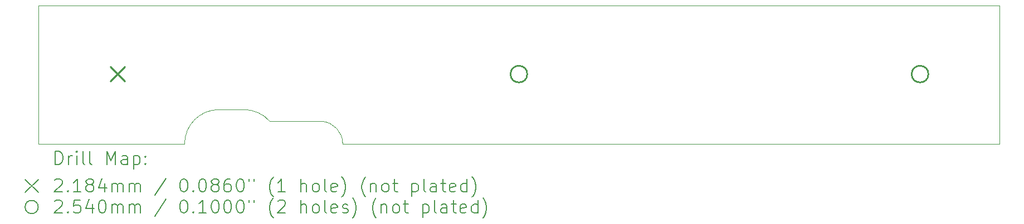
<source format=gbr>
%TF.GenerationSoftware,KiCad,Pcbnew,8.0.9*%
%TF.CreationDate,2025-05-08T22:04:55-05:00*%
%TF.ProjectId,SPD_Demon,5350445f-4465-46d6-9f6e-2e6b69636164,rev?*%
%TF.SameCoordinates,Original*%
%TF.FileFunction,Drillmap*%
%TF.FilePolarity,Positive*%
%FSLAX45Y45*%
G04 Gerber Fmt 4.5, Leading zero omitted, Abs format (unit mm)*
G04 Created by KiCad (PCBNEW 8.0.9) date 2025-05-08 22:04:55*
%MOMM*%
%LPD*%
G01*
G04 APERTURE LIST*
%ADD10C,0.050000*%
%ADD11C,0.200000*%
%ADD12C,0.218440*%
%ADD13C,0.254000*%
G04 APERTURE END LIST*
D10*
X4762500Y-4546600D02*
G75*
G02*
X5283200Y-4025900I520700J0D01*
G01*
X6847349Y-4203700D02*
G75*
G02*
X7165789Y-4546600I-25399J-342900D01*
G01*
X5283200Y-4025900D02*
X5664200Y-4025900D01*
X4762500Y-4546600D02*
X2540000Y-4546600D01*
X17145000Y-2438400D02*
X17145000Y-4546600D01*
X2540000Y-4546600D02*
X2540000Y-2438400D01*
X6056850Y-4203700D02*
X6847349Y-4203700D01*
X17145000Y-4546600D02*
X7165788Y-4546600D01*
X17145000Y-2438400D02*
X2540000Y-2438400D01*
X5664200Y-4025299D02*
G75*
G02*
X6056850Y-4203700I0J-521301D01*
G01*
D11*
D12*
X3637280Y-3375530D02*
X3855720Y-3593970D01*
X3855720Y-3375530D02*
X3637280Y-3593970D01*
D13*
X9969500Y-3484750D02*
G75*
G02*
X9715500Y-3484750I-127000J0D01*
G01*
X9715500Y-3484750D02*
G75*
G02*
X9969500Y-3484750I127000J0D01*
G01*
X16065500Y-3484750D02*
G75*
G02*
X15811500Y-3484750I-127000J0D01*
G01*
X15811500Y-3484750D02*
G75*
G02*
X16065500Y-3484750I127000J0D01*
G01*
D11*
X2798277Y-4860584D02*
X2798277Y-4660584D01*
X2798277Y-4660584D02*
X2845896Y-4660584D01*
X2845896Y-4660584D02*
X2874467Y-4670108D01*
X2874467Y-4670108D02*
X2893515Y-4689155D01*
X2893515Y-4689155D02*
X2903039Y-4708203D01*
X2903039Y-4708203D02*
X2912562Y-4746298D01*
X2912562Y-4746298D02*
X2912562Y-4774870D01*
X2912562Y-4774870D02*
X2903039Y-4812965D01*
X2903039Y-4812965D02*
X2893515Y-4832012D01*
X2893515Y-4832012D02*
X2874467Y-4851060D01*
X2874467Y-4851060D02*
X2845896Y-4860584D01*
X2845896Y-4860584D02*
X2798277Y-4860584D01*
X2998277Y-4860584D02*
X2998277Y-4727250D01*
X2998277Y-4765346D02*
X3007801Y-4746298D01*
X3007801Y-4746298D02*
X3017324Y-4736774D01*
X3017324Y-4736774D02*
X3036372Y-4727250D01*
X3036372Y-4727250D02*
X3055420Y-4727250D01*
X3122086Y-4860584D02*
X3122086Y-4727250D01*
X3122086Y-4660584D02*
X3112562Y-4670108D01*
X3112562Y-4670108D02*
X3122086Y-4679631D01*
X3122086Y-4679631D02*
X3131610Y-4670108D01*
X3131610Y-4670108D02*
X3122086Y-4660584D01*
X3122086Y-4660584D02*
X3122086Y-4679631D01*
X3245896Y-4860584D02*
X3226848Y-4851060D01*
X3226848Y-4851060D02*
X3217324Y-4832012D01*
X3217324Y-4832012D02*
X3217324Y-4660584D01*
X3350658Y-4860584D02*
X3331610Y-4851060D01*
X3331610Y-4851060D02*
X3322086Y-4832012D01*
X3322086Y-4832012D02*
X3322086Y-4660584D01*
X3579229Y-4860584D02*
X3579229Y-4660584D01*
X3579229Y-4660584D02*
X3645896Y-4803441D01*
X3645896Y-4803441D02*
X3712562Y-4660584D01*
X3712562Y-4660584D02*
X3712562Y-4860584D01*
X3893515Y-4860584D02*
X3893515Y-4755822D01*
X3893515Y-4755822D02*
X3883991Y-4736774D01*
X3883991Y-4736774D02*
X3864943Y-4727250D01*
X3864943Y-4727250D02*
X3826848Y-4727250D01*
X3826848Y-4727250D02*
X3807801Y-4736774D01*
X3893515Y-4851060D02*
X3874467Y-4860584D01*
X3874467Y-4860584D02*
X3826848Y-4860584D01*
X3826848Y-4860584D02*
X3807801Y-4851060D01*
X3807801Y-4851060D02*
X3798277Y-4832012D01*
X3798277Y-4832012D02*
X3798277Y-4812965D01*
X3798277Y-4812965D02*
X3807801Y-4793917D01*
X3807801Y-4793917D02*
X3826848Y-4784393D01*
X3826848Y-4784393D02*
X3874467Y-4784393D01*
X3874467Y-4784393D02*
X3893515Y-4774870D01*
X3988753Y-4727250D02*
X3988753Y-4927250D01*
X3988753Y-4736774D02*
X4007801Y-4727250D01*
X4007801Y-4727250D02*
X4045896Y-4727250D01*
X4045896Y-4727250D02*
X4064943Y-4736774D01*
X4064943Y-4736774D02*
X4074467Y-4746298D01*
X4074467Y-4746298D02*
X4083991Y-4765346D01*
X4083991Y-4765346D02*
X4083991Y-4822489D01*
X4083991Y-4822489D02*
X4074467Y-4841536D01*
X4074467Y-4841536D02*
X4064943Y-4851060D01*
X4064943Y-4851060D02*
X4045896Y-4860584D01*
X4045896Y-4860584D02*
X4007801Y-4860584D01*
X4007801Y-4860584D02*
X3988753Y-4851060D01*
X4169705Y-4841536D02*
X4179229Y-4851060D01*
X4179229Y-4851060D02*
X4169705Y-4860584D01*
X4169705Y-4860584D02*
X4160182Y-4851060D01*
X4160182Y-4851060D02*
X4169705Y-4841536D01*
X4169705Y-4841536D02*
X4169705Y-4860584D01*
X4169705Y-4736774D02*
X4179229Y-4746298D01*
X4179229Y-4746298D02*
X4169705Y-4755822D01*
X4169705Y-4755822D02*
X4160182Y-4746298D01*
X4160182Y-4746298D02*
X4169705Y-4736774D01*
X4169705Y-4736774D02*
X4169705Y-4755822D01*
X2337500Y-5089100D02*
X2537500Y-5289100D01*
X2537500Y-5089100D02*
X2337500Y-5289100D01*
X2788753Y-5099631D02*
X2798277Y-5090108D01*
X2798277Y-5090108D02*
X2817324Y-5080584D01*
X2817324Y-5080584D02*
X2864943Y-5080584D01*
X2864943Y-5080584D02*
X2883991Y-5090108D01*
X2883991Y-5090108D02*
X2893515Y-5099631D01*
X2893515Y-5099631D02*
X2903039Y-5118679D01*
X2903039Y-5118679D02*
X2903039Y-5137727D01*
X2903039Y-5137727D02*
X2893515Y-5166298D01*
X2893515Y-5166298D02*
X2779229Y-5280584D01*
X2779229Y-5280584D02*
X2903039Y-5280584D01*
X2988753Y-5261536D02*
X2998277Y-5271060D01*
X2998277Y-5271060D02*
X2988753Y-5280584D01*
X2988753Y-5280584D02*
X2979229Y-5271060D01*
X2979229Y-5271060D02*
X2988753Y-5261536D01*
X2988753Y-5261536D02*
X2988753Y-5280584D01*
X3188753Y-5280584D02*
X3074467Y-5280584D01*
X3131610Y-5280584D02*
X3131610Y-5080584D01*
X3131610Y-5080584D02*
X3112562Y-5109155D01*
X3112562Y-5109155D02*
X3093515Y-5128203D01*
X3093515Y-5128203D02*
X3074467Y-5137727D01*
X3303039Y-5166298D02*
X3283991Y-5156774D01*
X3283991Y-5156774D02*
X3274467Y-5147250D01*
X3274467Y-5147250D02*
X3264943Y-5128203D01*
X3264943Y-5128203D02*
X3264943Y-5118679D01*
X3264943Y-5118679D02*
X3274467Y-5099631D01*
X3274467Y-5099631D02*
X3283991Y-5090108D01*
X3283991Y-5090108D02*
X3303039Y-5080584D01*
X3303039Y-5080584D02*
X3341134Y-5080584D01*
X3341134Y-5080584D02*
X3360182Y-5090108D01*
X3360182Y-5090108D02*
X3369705Y-5099631D01*
X3369705Y-5099631D02*
X3379229Y-5118679D01*
X3379229Y-5118679D02*
X3379229Y-5128203D01*
X3379229Y-5128203D02*
X3369705Y-5147250D01*
X3369705Y-5147250D02*
X3360182Y-5156774D01*
X3360182Y-5156774D02*
X3341134Y-5166298D01*
X3341134Y-5166298D02*
X3303039Y-5166298D01*
X3303039Y-5166298D02*
X3283991Y-5175822D01*
X3283991Y-5175822D02*
X3274467Y-5185346D01*
X3274467Y-5185346D02*
X3264943Y-5204393D01*
X3264943Y-5204393D02*
X3264943Y-5242489D01*
X3264943Y-5242489D02*
X3274467Y-5261536D01*
X3274467Y-5261536D02*
X3283991Y-5271060D01*
X3283991Y-5271060D02*
X3303039Y-5280584D01*
X3303039Y-5280584D02*
X3341134Y-5280584D01*
X3341134Y-5280584D02*
X3360182Y-5271060D01*
X3360182Y-5271060D02*
X3369705Y-5261536D01*
X3369705Y-5261536D02*
X3379229Y-5242489D01*
X3379229Y-5242489D02*
X3379229Y-5204393D01*
X3379229Y-5204393D02*
X3369705Y-5185346D01*
X3369705Y-5185346D02*
X3360182Y-5175822D01*
X3360182Y-5175822D02*
X3341134Y-5166298D01*
X3550658Y-5147250D02*
X3550658Y-5280584D01*
X3503039Y-5071060D02*
X3455420Y-5213917D01*
X3455420Y-5213917D02*
X3579229Y-5213917D01*
X3655420Y-5280584D02*
X3655420Y-5147250D01*
X3655420Y-5166298D02*
X3664943Y-5156774D01*
X3664943Y-5156774D02*
X3683991Y-5147250D01*
X3683991Y-5147250D02*
X3712563Y-5147250D01*
X3712563Y-5147250D02*
X3731610Y-5156774D01*
X3731610Y-5156774D02*
X3741134Y-5175822D01*
X3741134Y-5175822D02*
X3741134Y-5280584D01*
X3741134Y-5175822D02*
X3750658Y-5156774D01*
X3750658Y-5156774D02*
X3769705Y-5147250D01*
X3769705Y-5147250D02*
X3798277Y-5147250D01*
X3798277Y-5147250D02*
X3817324Y-5156774D01*
X3817324Y-5156774D02*
X3826848Y-5175822D01*
X3826848Y-5175822D02*
X3826848Y-5280584D01*
X3922086Y-5280584D02*
X3922086Y-5147250D01*
X3922086Y-5166298D02*
X3931610Y-5156774D01*
X3931610Y-5156774D02*
X3950658Y-5147250D01*
X3950658Y-5147250D02*
X3979229Y-5147250D01*
X3979229Y-5147250D02*
X3998277Y-5156774D01*
X3998277Y-5156774D02*
X4007801Y-5175822D01*
X4007801Y-5175822D02*
X4007801Y-5280584D01*
X4007801Y-5175822D02*
X4017324Y-5156774D01*
X4017324Y-5156774D02*
X4036372Y-5147250D01*
X4036372Y-5147250D02*
X4064943Y-5147250D01*
X4064943Y-5147250D02*
X4083991Y-5156774D01*
X4083991Y-5156774D02*
X4093515Y-5175822D01*
X4093515Y-5175822D02*
X4093515Y-5280584D01*
X4483991Y-5071060D02*
X4312563Y-5328203D01*
X4741134Y-5080584D02*
X4760182Y-5080584D01*
X4760182Y-5080584D02*
X4779229Y-5090108D01*
X4779229Y-5090108D02*
X4788753Y-5099631D01*
X4788753Y-5099631D02*
X4798277Y-5118679D01*
X4798277Y-5118679D02*
X4807801Y-5156774D01*
X4807801Y-5156774D02*
X4807801Y-5204393D01*
X4807801Y-5204393D02*
X4798277Y-5242489D01*
X4798277Y-5242489D02*
X4788753Y-5261536D01*
X4788753Y-5261536D02*
X4779229Y-5271060D01*
X4779229Y-5271060D02*
X4760182Y-5280584D01*
X4760182Y-5280584D02*
X4741134Y-5280584D01*
X4741134Y-5280584D02*
X4722087Y-5271060D01*
X4722087Y-5271060D02*
X4712563Y-5261536D01*
X4712563Y-5261536D02*
X4703039Y-5242489D01*
X4703039Y-5242489D02*
X4693515Y-5204393D01*
X4693515Y-5204393D02*
X4693515Y-5156774D01*
X4693515Y-5156774D02*
X4703039Y-5118679D01*
X4703039Y-5118679D02*
X4712563Y-5099631D01*
X4712563Y-5099631D02*
X4722087Y-5090108D01*
X4722087Y-5090108D02*
X4741134Y-5080584D01*
X4893515Y-5261536D02*
X4903039Y-5271060D01*
X4903039Y-5271060D02*
X4893515Y-5280584D01*
X4893515Y-5280584D02*
X4883991Y-5271060D01*
X4883991Y-5271060D02*
X4893515Y-5261536D01*
X4893515Y-5261536D02*
X4893515Y-5280584D01*
X5026848Y-5080584D02*
X5045896Y-5080584D01*
X5045896Y-5080584D02*
X5064944Y-5090108D01*
X5064944Y-5090108D02*
X5074468Y-5099631D01*
X5074468Y-5099631D02*
X5083991Y-5118679D01*
X5083991Y-5118679D02*
X5093515Y-5156774D01*
X5093515Y-5156774D02*
X5093515Y-5204393D01*
X5093515Y-5204393D02*
X5083991Y-5242489D01*
X5083991Y-5242489D02*
X5074468Y-5261536D01*
X5074468Y-5261536D02*
X5064944Y-5271060D01*
X5064944Y-5271060D02*
X5045896Y-5280584D01*
X5045896Y-5280584D02*
X5026848Y-5280584D01*
X5026848Y-5280584D02*
X5007801Y-5271060D01*
X5007801Y-5271060D02*
X4998277Y-5261536D01*
X4998277Y-5261536D02*
X4988753Y-5242489D01*
X4988753Y-5242489D02*
X4979229Y-5204393D01*
X4979229Y-5204393D02*
X4979229Y-5156774D01*
X4979229Y-5156774D02*
X4988753Y-5118679D01*
X4988753Y-5118679D02*
X4998277Y-5099631D01*
X4998277Y-5099631D02*
X5007801Y-5090108D01*
X5007801Y-5090108D02*
X5026848Y-5080584D01*
X5207801Y-5166298D02*
X5188753Y-5156774D01*
X5188753Y-5156774D02*
X5179229Y-5147250D01*
X5179229Y-5147250D02*
X5169706Y-5128203D01*
X5169706Y-5128203D02*
X5169706Y-5118679D01*
X5169706Y-5118679D02*
X5179229Y-5099631D01*
X5179229Y-5099631D02*
X5188753Y-5090108D01*
X5188753Y-5090108D02*
X5207801Y-5080584D01*
X5207801Y-5080584D02*
X5245896Y-5080584D01*
X5245896Y-5080584D02*
X5264944Y-5090108D01*
X5264944Y-5090108D02*
X5274468Y-5099631D01*
X5274468Y-5099631D02*
X5283991Y-5118679D01*
X5283991Y-5118679D02*
X5283991Y-5128203D01*
X5283991Y-5128203D02*
X5274468Y-5147250D01*
X5274468Y-5147250D02*
X5264944Y-5156774D01*
X5264944Y-5156774D02*
X5245896Y-5166298D01*
X5245896Y-5166298D02*
X5207801Y-5166298D01*
X5207801Y-5166298D02*
X5188753Y-5175822D01*
X5188753Y-5175822D02*
X5179229Y-5185346D01*
X5179229Y-5185346D02*
X5169706Y-5204393D01*
X5169706Y-5204393D02*
X5169706Y-5242489D01*
X5169706Y-5242489D02*
X5179229Y-5261536D01*
X5179229Y-5261536D02*
X5188753Y-5271060D01*
X5188753Y-5271060D02*
X5207801Y-5280584D01*
X5207801Y-5280584D02*
X5245896Y-5280584D01*
X5245896Y-5280584D02*
X5264944Y-5271060D01*
X5264944Y-5271060D02*
X5274468Y-5261536D01*
X5274468Y-5261536D02*
X5283991Y-5242489D01*
X5283991Y-5242489D02*
X5283991Y-5204393D01*
X5283991Y-5204393D02*
X5274468Y-5185346D01*
X5274468Y-5185346D02*
X5264944Y-5175822D01*
X5264944Y-5175822D02*
X5245896Y-5166298D01*
X5455420Y-5080584D02*
X5417325Y-5080584D01*
X5417325Y-5080584D02*
X5398277Y-5090108D01*
X5398277Y-5090108D02*
X5388753Y-5099631D01*
X5388753Y-5099631D02*
X5369706Y-5128203D01*
X5369706Y-5128203D02*
X5360182Y-5166298D01*
X5360182Y-5166298D02*
X5360182Y-5242489D01*
X5360182Y-5242489D02*
X5369706Y-5261536D01*
X5369706Y-5261536D02*
X5379229Y-5271060D01*
X5379229Y-5271060D02*
X5398277Y-5280584D01*
X5398277Y-5280584D02*
X5436372Y-5280584D01*
X5436372Y-5280584D02*
X5455420Y-5271060D01*
X5455420Y-5271060D02*
X5464944Y-5261536D01*
X5464944Y-5261536D02*
X5474468Y-5242489D01*
X5474468Y-5242489D02*
X5474468Y-5194870D01*
X5474468Y-5194870D02*
X5464944Y-5175822D01*
X5464944Y-5175822D02*
X5455420Y-5166298D01*
X5455420Y-5166298D02*
X5436372Y-5156774D01*
X5436372Y-5156774D02*
X5398277Y-5156774D01*
X5398277Y-5156774D02*
X5379229Y-5166298D01*
X5379229Y-5166298D02*
X5369706Y-5175822D01*
X5369706Y-5175822D02*
X5360182Y-5194870D01*
X5598277Y-5080584D02*
X5617325Y-5080584D01*
X5617325Y-5080584D02*
X5636372Y-5090108D01*
X5636372Y-5090108D02*
X5645896Y-5099631D01*
X5645896Y-5099631D02*
X5655420Y-5118679D01*
X5655420Y-5118679D02*
X5664944Y-5156774D01*
X5664944Y-5156774D02*
X5664944Y-5204393D01*
X5664944Y-5204393D02*
X5655420Y-5242489D01*
X5655420Y-5242489D02*
X5645896Y-5261536D01*
X5645896Y-5261536D02*
X5636372Y-5271060D01*
X5636372Y-5271060D02*
X5617325Y-5280584D01*
X5617325Y-5280584D02*
X5598277Y-5280584D01*
X5598277Y-5280584D02*
X5579229Y-5271060D01*
X5579229Y-5271060D02*
X5569706Y-5261536D01*
X5569706Y-5261536D02*
X5560182Y-5242489D01*
X5560182Y-5242489D02*
X5550658Y-5204393D01*
X5550658Y-5204393D02*
X5550658Y-5156774D01*
X5550658Y-5156774D02*
X5560182Y-5118679D01*
X5560182Y-5118679D02*
X5569706Y-5099631D01*
X5569706Y-5099631D02*
X5579229Y-5090108D01*
X5579229Y-5090108D02*
X5598277Y-5080584D01*
X5741134Y-5080584D02*
X5741134Y-5118679D01*
X5817325Y-5080584D02*
X5817325Y-5118679D01*
X6112563Y-5356774D02*
X6103039Y-5347250D01*
X6103039Y-5347250D02*
X6083991Y-5318679D01*
X6083991Y-5318679D02*
X6074468Y-5299631D01*
X6074468Y-5299631D02*
X6064944Y-5271060D01*
X6064944Y-5271060D02*
X6055420Y-5223441D01*
X6055420Y-5223441D02*
X6055420Y-5185346D01*
X6055420Y-5185346D02*
X6064944Y-5137727D01*
X6064944Y-5137727D02*
X6074468Y-5109155D01*
X6074468Y-5109155D02*
X6083991Y-5090108D01*
X6083991Y-5090108D02*
X6103039Y-5061536D01*
X6103039Y-5061536D02*
X6112563Y-5052012D01*
X6293515Y-5280584D02*
X6179229Y-5280584D01*
X6236372Y-5280584D02*
X6236372Y-5080584D01*
X6236372Y-5080584D02*
X6217325Y-5109155D01*
X6217325Y-5109155D02*
X6198277Y-5128203D01*
X6198277Y-5128203D02*
X6179229Y-5137727D01*
X6531610Y-5280584D02*
X6531610Y-5080584D01*
X6617325Y-5280584D02*
X6617325Y-5175822D01*
X6617325Y-5175822D02*
X6607801Y-5156774D01*
X6607801Y-5156774D02*
X6588753Y-5147250D01*
X6588753Y-5147250D02*
X6560182Y-5147250D01*
X6560182Y-5147250D02*
X6541134Y-5156774D01*
X6541134Y-5156774D02*
X6531610Y-5166298D01*
X6741134Y-5280584D02*
X6722087Y-5271060D01*
X6722087Y-5271060D02*
X6712563Y-5261536D01*
X6712563Y-5261536D02*
X6703039Y-5242489D01*
X6703039Y-5242489D02*
X6703039Y-5185346D01*
X6703039Y-5185346D02*
X6712563Y-5166298D01*
X6712563Y-5166298D02*
X6722087Y-5156774D01*
X6722087Y-5156774D02*
X6741134Y-5147250D01*
X6741134Y-5147250D02*
X6769706Y-5147250D01*
X6769706Y-5147250D02*
X6788753Y-5156774D01*
X6788753Y-5156774D02*
X6798277Y-5166298D01*
X6798277Y-5166298D02*
X6807801Y-5185346D01*
X6807801Y-5185346D02*
X6807801Y-5242489D01*
X6807801Y-5242489D02*
X6798277Y-5261536D01*
X6798277Y-5261536D02*
X6788753Y-5271060D01*
X6788753Y-5271060D02*
X6769706Y-5280584D01*
X6769706Y-5280584D02*
X6741134Y-5280584D01*
X6922087Y-5280584D02*
X6903039Y-5271060D01*
X6903039Y-5271060D02*
X6893515Y-5252012D01*
X6893515Y-5252012D02*
X6893515Y-5080584D01*
X7074468Y-5271060D02*
X7055420Y-5280584D01*
X7055420Y-5280584D02*
X7017325Y-5280584D01*
X7017325Y-5280584D02*
X6998277Y-5271060D01*
X6998277Y-5271060D02*
X6988753Y-5252012D01*
X6988753Y-5252012D02*
X6988753Y-5175822D01*
X6988753Y-5175822D02*
X6998277Y-5156774D01*
X6998277Y-5156774D02*
X7017325Y-5147250D01*
X7017325Y-5147250D02*
X7055420Y-5147250D01*
X7055420Y-5147250D02*
X7074468Y-5156774D01*
X7074468Y-5156774D02*
X7083991Y-5175822D01*
X7083991Y-5175822D02*
X7083991Y-5194870D01*
X7083991Y-5194870D02*
X6988753Y-5213917D01*
X7150658Y-5356774D02*
X7160182Y-5347250D01*
X7160182Y-5347250D02*
X7179230Y-5318679D01*
X7179230Y-5318679D02*
X7188753Y-5299631D01*
X7188753Y-5299631D02*
X7198277Y-5271060D01*
X7198277Y-5271060D02*
X7207801Y-5223441D01*
X7207801Y-5223441D02*
X7207801Y-5185346D01*
X7207801Y-5185346D02*
X7198277Y-5137727D01*
X7198277Y-5137727D02*
X7188753Y-5109155D01*
X7188753Y-5109155D02*
X7179230Y-5090108D01*
X7179230Y-5090108D02*
X7160182Y-5061536D01*
X7160182Y-5061536D02*
X7150658Y-5052012D01*
X7512563Y-5356774D02*
X7503039Y-5347250D01*
X7503039Y-5347250D02*
X7483991Y-5318679D01*
X7483991Y-5318679D02*
X7474468Y-5299631D01*
X7474468Y-5299631D02*
X7464944Y-5271060D01*
X7464944Y-5271060D02*
X7455420Y-5223441D01*
X7455420Y-5223441D02*
X7455420Y-5185346D01*
X7455420Y-5185346D02*
X7464944Y-5137727D01*
X7464944Y-5137727D02*
X7474468Y-5109155D01*
X7474468Y-5109155D02*
X7483991Y-5090108D01*
X7483991Y-5090108D02*
X7503039Y-5061536D01*
X7503039Y-5061536D02*
X7512563Y-5052012D01*
X7588753Y-5147250D02*
X7588753Y-5280584D01*
X7588753Y-5166298D02*
X7598277Y-5156774D01*
X7598277Y-5156774D02*
X7617325Y-5147250D01*
X7617325Y-5147250D02*
X7645896Y-5147250D01*
X7645896Y-5147250D02*
X7664944Y-5156774D01*
X7664944Y-5156774D02*
X7674468Y-5175822D01*
X7674468Y-5175822D02*
X7674468Y-5280584D01*
X7798277Y-5280584D02*
X7779230Y-5271060D01*
X7779230Y-5271060D02*
X7769706Y-5261536D01*
X7769706Y-5261536D02*
X7760182Y-5242489D01*
X7760182Y-5242489D02*
X7760182Y-5185346D01*
X7760182Y-5185346D02*
X7769706Y-5166298D01*
X7769706Y-5166298D02*
X7779230Y-5156774D01*
X7779230Y-5156774D02*
X7798277Y-5147250D01*
X7798277Y-5147250D02*
X7826849Y-5147250D01*
X7826849Y-5147250D02*
X7845896Y-5156774D01*
X7845896Y-5156774D02*
X7855420Y-5166298D01*
X7855420Y-5166298D02*
X7864944Y-5185346D01*
X7864944Y-5185346D02*
X7864944Y-5242489D01*
X7864944Y-5242489D02*
X7855420Y-5261536D01*
X7855420Y-5261536D02*
X7845896Y-5271060D01*
X7845896Y-5271060D02*
X7826849Y-5280584D01*
X7826849Y-5280584D02*
X7798277Y-5280584D01*
X7922087Y-5147250D02*
X7998277Y-5147250D01*
X7950658Y-5080584D02*
X7950658Y-5252012D01*
X7950658Y-5252012D02*
X7960182Y-5271060D01*
X7960182Y-5271060D02*
X7979230Y-5280584D01*
X7979230Y-5280584D02*
X7998277Y-5280584D01*
X8217325Y-5147250D02*
X8217325Y-5347250D01*
X8217325Y-5156774D02*
X8236372Y-5147250D01*
X8236372Y-5147250D02*
X8274468Y-5147250D01*
X8274468Y-5147250D02*
X8293515Y-5156774D01*
X8293515Y-5156774D02*
X8303039Y-5166298D01*
X8303039Y-5166298D02*
X8312563Y-5185346D01*
X8312563Y-5185346D02*
X8312563Y-5242489D01*
X8312563Y-5242489D02*
X8303039Y-5261536D01*
X8303039Y-5261536D02*
X8293515Y-5271060D01*
X8293515Y-5271060D02*
X8274468Y-5280584D01*
X8274468Y-5280584D02*
X8236372Y-5280584D01*
X8236372Y-5280584D02*
X8217325Y-5271060D01*
X8426849Y-5280584D02*
X8407801Y-5271060D01*
X8407801Y-5271060D02*
X8398277Y-5252012D01*
X8398277Y-5252012D02*
X8398277Y-5080584D01*
X8588754Y-5280584D02*
X8588754Y-5175822D01*
X8588754Y-5175822D02*
X8579230Y-5156774D01*
X8579230Y-5156774D02*
X8560182Y-5147250D01*
X8560182Y-5147250D02*
X8522087Y-5147250D01*
X8522087Y-5147250D02*
X8503039Y-5156774D01*
X8588754Y-5271060D02*
X8569706Y-5280584D01*
X8569706Y-5280584D02*
X8522087Y-5280584D01*
X8522087Y-5280584D02*
X8503039Y-5271060D01*
X8503039Y-5271060D02*
X8493515Y-5252012D01*
X8493515Y-5252012D02*
X8493515Y-5232965D01*
X8493515Y-5232965D02*
X8503039Y-5213917D01*
X8503039Y-5213917D02*
X8522087Y-5204393D01*
X8522087Y-5204393D02*
X8569706Y-5204393D01*
X8569706Y-5204393D02*
X8588754Y-5194870D01*
X8655420Y-5147250D02*
X8731611Y-5147250D01*
X8683992Y-5080584D02*
X8683992Y-5252012D01*
X8683992Y-5252012D02*
X8693515Y-5271060D01*
X8693515Y-5271060D02*
X8712563Y-5280584D01*
X8712563Y-5280584D02*
X8731611Y-5280584D01*
X8874468Y-5271060D02*
X8855420Y-5280584D01*
X8855420Y-5280584D02*
X8817325Y-5280584D01*
X8817325Y-5280584D02*
X8798277Y-5271060D01*
X8798277Y-5271060D02*
X8788754Y-5252012D01*
X8788754Y-5252012D02*
X8788754Y-5175822D01*
X8788754Y-5175822D02*
X8798277Y-5156774D01*
X8798277Y-5156774D02*
X8817325Y-5147250D01*
X8817325Y-5147250D02*
X8855420Y-5147250D01*
X8855420Y-5147250D02*
X8874468Y-5156774D01*
X8874468Y-5156774D02*
X8883992Y-5175822D01*
X8883992Y-5175822D02*
X8883992Y-5194870D01*
X8883992Y-5194870D02*
X8788754Y-5213917D01*
X9055420Y-5280584D02*
X9055420Y-5080584D01*
X9055420Y-5271060D02*
X9036373Y-5280584D01*
X9036373Y-5280584D02*
X8998277Y-5280584D01*
X8998277Y-5280584D02*
X8979230Y-5271060D01*
X8979230Y-5271060D02*
X8969706Y-5261536D01*
X8969706Y-5261536D02*
X8960182Y-5242489D01*
X8960182Y-5242489D02*
X8960182Y-5185346D01*
X8960182Y-5185346D02*
X8969706Y-5166298D01*
X8969706Y-5166298D02*
X8979230Y-5156774D01*
X8979230Y-5156774D02*
X8998277Y-5147250D01*
X8998277Y-5147250D02*
X9036373Y-5147250D01*
X9036373Y-5147250D02*
X9055420Y-5156774D01*
X9131611Y-5356774D02*
X9141135Y-5347250D01*
X9141135Y-5347250D02*
X9160182Y-5318679D01*
X9160182Y-5318679D02*
X9169706Y-5299631D01*
X9169706Y-5299631D02*
X9179230Y-5271060D01*
X9179230Y-5271060D02*
X9188754Y-5223441D01*
X9188754Y-5223441D02*
X9188754Y-5185346D01*
X9188754Y-5185346D02*
X9179230Y-5137727D01*
X9179230Y-5137727D02*
X9169706Y-5109155D01*
X9169706Y-5109155D02*
X9160182Y-5090108D01*
X9160182Y-5090108D02*
X9141135Y-5061536D01*
X9141135Y-5061536D02*
X9131611Y-5052012D01*
X2537500Y-5509100D02*
G75*
G02*
X2337500Y-5509100I-100000J0D01*
G01*
X2337500Y-5509100D02*
G75*
G02*
X2537500Y-5509100I100000J0D01*
G01*
X2788753Y-5419631D02*
X2798277Y-5410108D01*
X2798277Y-5410108D02*
X2817324Y-5400584D01*
X2817324Y-5400584D02*
X2864943Y-5400584D01*
X2864943Y-5400584D02*
X2883991Y-5410108D01*
X2883991Y-5410108D02*
X2893515Y-5419631D01*
X2893515Y-5419631D02*
X2903039Y-5438679D01*
X2903039Y-5438679D02*
X2903039Y-5457727D01*
X2903039Y-5457727D02*
X2893515Y-5486298D01*
X2893515Y-5486298D02*
X2779229Y-5600584D01*
X2779229Y-5600584D02*
X2903039Y-5600584D01*
X2988753Y-5581536D02*
X2998277Y-5591060D01*
X2998277Y-5591060D02*
X2988753Y-5600584D01*
X2988753Y-5600584D02*
X2979229Y-5591060D01*
X2979229Y-5591060D02*
X2988753Y-5581536D01*
X2988753Y-5581536D02*
X2988753Y-5600584D01*
X3179229Y-5400584D02*
X3083991Y-5400584D01*
X3083991Y-5400584D02*
X3074467Y-5495822D01*
X3074467Y-5495822D02*
X3083991Y-5486298D01*
X3083991Y-5486298D02*
X3103039Y-5476774D01*
X3103039Y-5476774D02*
X3150658Y-5476774D01*
X3150658Y-5476774D02*
X3169705Y-5486298D01*
X3169705Y-5486298D02*
X3179229Y-5495822D01*
X3179229Y-5495822D02*
X3188753Y-5514870D01*
X3188753Y-5514870D02*
X3188753Y-5562489D01*
X3188753Y-5562489D02*
X3179229Y-5581536D01*
X3179229Y-5581536D02*
X3169705Y-5591060D01*
X3169705Y-5591060D02*
X3150658Y-5600584D01*
X3150658Y-5600584D02*
X3103039Y-5600584D01*
X3103039Y-5600584D02*
X3083991Y-5591060D01*
X3083991Y-5591060D02*
X3074467Y-5581536D01*
X3360182Y-5467250D02*
X3360182Y-5600584D01*
X3312562Y-5391060D02*
X3264943Y-5533917D01*
X3264943Y-5533917D02*
X3388753Y-5533917D01*
X3503039Y-5400584D02*
X3522086Y-5400584D01*
X3522086Y-5400584D02*
X3541134Y-5410108D01*
X3541134Y-5410108D02*
X3550658Y-5419631D01*
X3550658Y-5419631D02*
X3560182Y-5438679D01*
X3560182Y-5438679D02*
X3569705Y-5476774D01*
X3569705Y-5476774D02*
X3569705Y-5524393D01*
X3569705Y-5524393D02*
X3560182Y-5562489D01*
X3560182Y-5562489D02*
X3550658Y-5581536D01*
X3550658Y-5581536D02*
X3541134Y-5591060D01*
X3541134Y-5591060D02*
X3522086Y-5600584D01*
X3522086Y-5600584D02*
X3503039Y-5600584D01*
X3503039Y-5600584D02*
X3483991Y-5591060D01*
X3483991Y-5591060D02*
X3474467Y-5581536D01*
X3474467Y-5581536D02*
X3464943Y-5562489D01*
X3464943Y-5562489D02*
X3455420Y-5524393D01*
X3455420Y-5524393D02*
X3455420Y-5476774D01*
X3455420Y-5476774D02*
X3464943Y-5438679D01*
X3464943Y-5438679D02*
X3474467Y-5419631D01*
X3474467Y-5419631D02*
X3483991Y-5410108D01*
X3483991Y-5410108D02*
X3503039Y-5400584D01*
X3655420Y-5600584D02*
X3655420Y-5467250D01*
X3655420Y-5486298D02*
X3664943Y-5476774D01*
X3664943Y-5476774D02*
X3683991Y-5467250D01*
X3683991Y-5467250D02*
X3712563Y-5467250D01*
X3712563Y-5467250D02*
X3731610Y-5476774D01*
X3731610Y-5476774D02*
X3741134Y-5495822D01*
X3741134Y-5495822D02*
X3741134Y-5600584D01*
X3741134Y-5495822D02*
X3750658Y-5476774D01*
X3750658Y-5476774D02*
X3769705Y-5467250D01*
X3769705Y-5467250D02*
X3798277Y-5467250D01*
X3798277Y-5467250D02*
X3817324Y-5476774D01*
X3817324Y-5476774D02*
X3826848Y-5495822D01*
X3826848Y-5495822D02*
X3826848Y-5600584D01*
X3922086Y-5600584D02*
X3922086Y-5467250D01*
X3922086Y-5486298D02*
X3931610Y-5476774D01*
X3931610Y-5476774D02*
X3950658Y-5467250D01*
X3950658Y-5467250D02*
X3979229Y-5467250D01*
X3979229Y-5467250D02*
X3998277Y-5476774D01*
X3998277Y-5476774D02*
X4007801Y-5495822D01*
X4007801Y-5495822D02*
X4007801Y-5600584D01*
X4007801Y-5495822D02*
X4017324Y-5476774D01*
X4017324Y-5476774D02*
X4036372Y-5467250D01*
X4036372Y-5467250D02*
X4064943Y-5467250D01*
X4064943Y-5467250D02*
X4083991Y-5476774D01*
X4083991Y-5476774D02*
X4093515Y-5495822D01*
X4093515Y-5495822D02*
X4093515Y-5600584D01*
X4483991Y-5391060D02*
X4312563Y-5648203D01*
X4741134Y-5400584D02*
X4760182Y-5400584D01*
X4760182Y-5400584D02*
X4779229Y-5410108D01*
X4779229Y-5410108D02*
X4788753Y-5419631D01*
X4788753Y-5419631D02*
X4798277Y-5438679D01*
X4798277Y-5438679D02*
X4807801Y-5476774D01*
X4807801Y-5476774D02*
X4807801Y-5524393D01*
X4807801Y-5524393D02*
X4798277Y-5562489D01*
X4798277Y-5562489D02*
X4788753Y-5581536D01*
X4788753Y-5581536D02*
X4779229Y-5591060D01*
X4779229Y-5591060D02*
X4760182Y-5600584D01*
X4760182Y-5600584D02*
X4741134Y-5600584D01*
X4741134Y-5600584D02*
X4722087Y-5591060D01*
X4722087Y-5591060D02*
X4712563Y-5581536D01*
X4712563Y-5581536D02*
X4703039Y-5562489D01*
X4703039Y-5562489D02*
X4693515Y-5524393D01*
X4693515Y-5524393D02*
X4693515Y-5476774D01*
X4693515Y-5476774D02*
X4703039Y-5438679D01*
X4703039Y-5438679D02*
X4712563Y-5419631D01*
X4712563Y-5419631D02*
X4722087Y-5410108D01*
X4722087Y-5410108D02*
X4741134Y-5400584D01*
X4893515Y-5581536D02*
X4903039Y-5591060D01*
X4903039Y-5591060D02*
X4893515Y-5600584D01*
X4893515Y-5600584D02*
X4883991Y-5591060D01*
X4883991Y-5591060D02*
X4893515Y-5581536D01*
X4893515Y-5581536D02*
X4893515Y-5600584D01*
X5093515Y-5600584D02*
X4979229Y-5600584D01*
X5036372Y-5600584D02*
X5036372Y-5400584D01*
X5036372Y-5400584D02*
X5017325Y-5429155D01*
X5017325Y-5429155D02*
X4998277Y-5448203D01*
X4998277Y-5448203D02*
X4979229Y-5457727D01*
X5217325Y-5400584D02*
X5236372Y-5400584D01*
X5236372Y-5400584D02*
X5255420Y-5410108D01*
X5255420Y-5410108D02*
X5264944Y-5419631D01*
X5264944Y-5419631D02*
X5274468Y-5438679D01*
X5274468Y-5438679D02*
X5283991Y-5476774D01*
X5283991Y-5476774D02*
X5283991Y-5524393D01*
X5283991Y-5524393D02*
X5274468Y-5562489D01*
X5274468Y-5562489D02*
X5264944Y-5581536D01*
X5264944Y-5581536D02*
X5255420Y-5591060D01*
X5255420Y-5591060D02*
X5236372Y-5600584D01*
X5236372Y-5600584D02*
X5217325Y-5600584D01*
X5217325Y-5600584D02*
X5198277Y-5591060D01*
X5198277Y-5591060D02*
X5188753Y-5581536D01*
X5188753Y-5581536D02*
X5179229Y-5562489D01*
X5179229Y-5562489D02*
X5169706Y-5524393D01*
X5169706Y-5524393D02*
X5169706Y-5476774D01*
X5169706Y-5476774D02*
X5179229Y-5438679D01*
X5179229Y-5438679D02*
X5188753Y-5419631D01*
X5188753Y-5419631D02*
X5198277Y-5410108D01*
X5198277Y-5410108D02*
X5217325Y-5400584D01*
X5407801Y-5400584D02*
X5426849Y-5400584D01*
X5426849Y-5400584D02*
X5445896Y-5410108D01*
X5445896Y-5410108D02*
X5455420Y-5419631D01*
X5455420Y-5419631D02*
X5464944Y-5438679D01*
X5464944Y-5438679D02*
X5474468Y-5476774D01*
X5474468Y-5476774D02*
X5474468Y-5524393D01*
X5474468Y-5524393D02*
X5464944Y-5562489D01*
X5464944Y-5562489D02*
X5455420Y-5581536D01*
X5455420Y-5581536D02*
X5445896Y-5591060D01*
X5445896Y-5591060D02*
X5426849Y-5600584D01*
X5426849Y-5600584D02*
X5407801Y-5600584D01*
X5407801Y-5600584D02*
X5388753Y-5591060D01*
X5388753Y-5591060D02*
X5379229Y-5581536D01*
X5379229Y-5581536D02*
X5369706Y-5562489D01*
X5369706Y-5562489D02*
X5360182Y-5524393D01*
X5360182Y-5524393D02*
X5360182Y-5476774D01*
X5360182Y-5476774D02*
X5369706Y-5438679D01*
X5369706Y-5438679D02*
X5379229Y-5419631D01*
X5379229Y-5419631D02*
X5388753Y-5410108D01*
X5388753Y-5410108D02*
X5407801Y-5400584D01*
X5598277Y-5400584D02*
X5617325Y-5400584D01*
X5617325Y-5400584D02*
X5636372Y-5410108D01*
X5636372Y-5410108D02*
X5645896Y-5419631D01*
X5645896Y-5419631D02*
X5655420Y-5438679D01*
X5655420Y-5438679D02*
X5664944Y-5476774D01*
X5664944Y-5476774D02*
X5664944Y-5524393D01*
X5664944Y-5524393D02*
X5655420Y-5562489D01*
X5655420Y-5562489D02*
X5645896Y-5581536D01*
X5645896Y-5581536D02*
X5636372Y-5591060D01*
X5636372Y-5591060D02*
X5617325Y-5600584D01*
X5617325Y-5600584D02*
X5598277Y-5600584D01*
X5598277Y-5600584D02*
X5579229Y-5591060D01*
X5579229Y-5591060D02*
X5569706Y-5581536D01*
X5569706Y-5581536D02*
X5560182Y-5562489D01*
X5560182Y-5562489D02*
X5550658Y-5524393D01*
X5550658Y-5524393D02*
X5550658Y-5476774D01*
X5550658Y-5476774D02*
X5560182Y-5438679D01*
X5560182Y-5438679D02*
X5569706Y-5419631D01*
X5569706Y-5419631D02*
X5579229Y-5410108D01*
X5579229Y-5410108D02*
X5598277Y-5400584D01*
X5741134Y-5400584D02*
X5741134Y-5438679D01*
X5817325Y-5400584D02*
X5817325Y-5438679D01*
X6112563Y-5676774D02*
X6103039Y-5667250D01*
X6103039Y-5667250D02*
X6083991Y-5638679D01*
X6083991Y-5638679D02*
X6074468Y-5619631D01*
X6074468Y-5619631D02*
X6064944Y-5591060D01*
X6064944Y-5591060D02*
X6055420Y-5543441D01*
X6055420Y-5543441D02*
X6055420Y-5505346D01*
X6055420Y-5505346D02*
X6064944Y-5457727D01*
X6064944Y-5457727D02*
X6074468Y-5429155D01*
X6074468Y-5429155D02*
X6083991Y-5410108D01*
X6083991Y-5410108D02*
X6103039Y-5381536D01*
X6103039Y-5381536D02*
X6112563Y-5372012D01*
X6179229Y-5419631D02*
X6188753Y-5410108D01*
X6188753Y-5410108D02*
X6207801Y-5400584D01*
X6207801Y-5400584D02*
X6255420Y-5400584D01*
X6255420Y-5400584D02*
X6274468Y-5410108D01*
X6274468Y-5410108D02*
X6283991Y-5419631D01*
X6283991Y-5419631D02*
X6293515Y-5438679D01*
X6293515Y-5438679D02*
X6293515Y-5457727D01*
X6293515Y-5457727D02*
X6283991Y-5486298D01*
X6283991Y-5486298D02*
X6169706Y-5600584D01*
X6169706Y-5600584D02*
X6293515Y-5600584D01*
X6531610Y-5600584D02*
X6531610Y-5400584D01*
X6617325Y-5600584D02*
X6617325Y-5495822D01*
X6617325Y-5495822D02*
X6607801Y-5476774D01*
X6607801Y-5476774D02*
X6588753Y-5467250D01*
X6588753Y-5467250D02*
X6560182Y-5467250D01*
X6560182Y-5467250D02*
X6541134Y-5476774D01*
X6541134Y-5476774D02*
X6531610Y-5486298D01*
X6741134Y-5600584D02*
X6722087Y-5591060D01*
X6722087Y-5591060D02*
X6712563Y-5581536D01*
X6712563Y-5581536D02*
X6703039Y-5562489D01*
X6703039Y-5562489D02*
X6703039Y-5505346D01*
X6703039Y-5505346D02*
X6712563Y-5486298D01*
X6712563Y-5486298D02*
X6722087Y-5476774D01*
X6722087Y-5476774D02*
X6741134Y-5467250D01*
X6741134Y-5467250D02*
X6769706Y-5467250D01*
X6769706Y-5467250D02*
X6788753Y-5476774D01*
X6788753Y-5476774D02*
X6798277Y-5486298D01*
X6798277Y-5486298D02*
X6807801Y-5505346D01*
X6807801Y-5505346D02*
X6807801Y-5562489D01*
X6807801Y-5562489D02*
X6798277Y-5581536D01*
X6798277Y-5581536D02*
X6788753Y-5591060D01*
X6788753Y-5591060D02*
X6769706Y-5600584D01*
X6769706Y-5600584D02*
X6741134Y-5600584D01*
X6922087Y-5600584D02*
X6903039Y-5591060D01*
X6903039Y-5591060D02*
X6893515Y-5572012D01*
X6893515Y-5572012D02*
X6893515Y-5400584D01*
X7074468Y-5591060D02*
X7055420Y-5600584D01*
X7055420Y-5600584D02*
X7017325Y-5600584D01*
X7017325Y-5600584D02*
X6998277Y-5591060D01*
X6998277Y-5591060D02*
X6988753Y-5572012D01*
X6988753Y-5572012D02*
X6988753Y-5495822D01*
X6988753Y-5495822D02*
X6998277Y-5476774D01*
X6998277Y-5476774D02*
X7017325Y-5467250D01*
X7017325Y-5467250D02*
X7055420Y-5467250D01*
X7055420Y-5467250D02*
X7074468Y-5476774D01*
X7074468Y-5476774D02*
X7083991Y-5495822D01*
X7083991Y-5495822D02*
X7083991Y-5514870D01*
X7083991Y-5514870D02*
X6988753Y-5533917D01*
X7160182Y-5591060D02*
X7179230Y-5600584D01*
X7179230Y-5600584D02*
X7217325Y-5600584D01*
X7217325Y-5600584D02*
X7236372Y-5591060D01*
X7236372Y-5591060D02*
X7245896Y-5572012D01*
X7245896Y-5572012D02*
X7245896Y-5562489D01*
X7245896Y-5562489D02*
X7236372Y-5543441D01*
X7236372Y-5543441D02*
X7217325Y-5533917D01*
X7217325Y-5533917D02*
X7188753Y-5533917D01*
X7188753Y-5533917D02*
X7169706Y-5524393D01*
X7169706Y-5524393D02*
X7160182Y-5505346D01*
X7160182Y-5505346D02*
X7160182Y-5495822D01*
X7160182Y-5495822D02*
X7169706Y-5476774D01*
X7169706Y-5476774D02*
X7188753Y-5467250D01*
X7188753Y-5467250D02*
X7217325Y-5467250D01*
X7217325Y-5467250D02*
X7236372Y-5476774D01*
X7312563Y-5676774D02*
X7322087Y-5667250D01*
X7322087Y-5667250D02*
X7341134Y-5638679D01*
X7341134Y-5638679D02*
X7350658Y-5619631D01*
X7350658Y-5619631D02*
X7360182Y-5591060D01*
X7360182Y-5591060D02*
X7369706Y-5543441D01*
X7369706Y-5543441D02*
X7369706Y-5505346D01*
X7369706Y-5505346D02*
X7360182Y-5457727D01*
X7360182Y-5457727D02*
X7350658Y-5429155D01*
X7350658Y-5429155D02*
X7341134Y-5410108D01*
X7341134Y-5410108D02*
X7322087Y-5381536D01*
X7322087Y-5381536D02*
X7312563Y-5372012D01*
X7674468Y-5676774D02*
X7664944Y-5667250D01*
X7664944Y-5667250D02*
X7645896Y-5638679D01*
X7645896Y-5638679D02*
X7636372Y-5619631D01*
X7636372Y-5619631D02*
X7626849Y-5591060D01*
X7626849Y-5591060D02*
X7617325Y-5543441D01*
X7617325Y-5543441D02*
X7617325Y-5505346D01*
X7617325Y-5505346D02*
X7626849Y-5457727D01*
X7626849Y-5457727D02*
X7636372Y-5429155D01*
X7636372Y-5429155D02*
X7645896Y-5410108D01*
X7645896Y-5410108D02*
X7664944Y-5381536D01*
X7664944Y-5381536D02*
X7674468Y-5372012D01*
X7750658Y-5467250D02*
X7750658Y-5600584D01*
X7750658Y-5486298D02*
X7760182Y-5476774D01*
X7760182Y-5476774D02*
X7779230Y-5467250D01*
X7779230Y-5467250D02*
X7807801Y-5467250D01*
X7807801Y-5467250D02*
X7826849Y-5476774D01*
X7826849Y-5476774D02*
X7836372Y-5495822D01*
X7836372Y-5495822D02*
X7836372Y-5600584D01*
X7960182Y-5600584D02*
X7941134Y-5591060D01*
X7941134Y-5591060D02*
X7931611Y-5581536D01*
X7931611Y-5581536D02*
X7922087Y-5562489D01*
X7922087Y-5562489D02*
X7922087Y-5505346D01*
X7922087Y-5505346D02*
X7931611Y-5486298D01*
X7931611Y-5486298D02*
X7941134Y-5476774D01*
X7941134Y-5476774D02*
X7960182Y-5467250D01*
X7960182Y-5467250D02*
X7988753Y-5467250D01*
X7988753Y-5467250D02*
X8007801Y-5476774D01*
X8007801Y-5476774D02*
X8017325Y-5486298D01*
X8017325Y-5486298D02*
X8026849Y-5505346D01*
X8026849Y-5505346D02*
X8026849Y-5562489D01*
X8026849Y-5562489D02*
X8017325Y-5581536D01*
X8017325Y-5581536D02*
X8007801Y-5591060D01*
X8007801Y-5591060D02*
X7988753Y-5600584D01*
X7988753Y-5600584D02*
X7960182Y-5600584D01*
X8083992Y-5467250D02*
X8160182Y-5467250D01*
X8112563Y-5400584D02*
X8112563Y-5572012D01*
X8112563Y-5572012D02*
X8122087Y-5591060D01*
X8122087Y-5591060D02*
X8141134Y-5600584D01*
X8141134Y-5600584D02*
X8160182Y-5600584D01*
X8379230Y-5467250D02*
X8379230Y-5667250D01*
X8379230Y-5476774D02*
X8398277Y-5467250D01*
X8398277Y-5467250D02*
X8436373Y-5467250D01*
X8436373Y-5467250D02*
X8455420Y-5476774D01*
X8455420Y-5476774D02*
X8464944Y-5486298D01*
X8464944Y-5486298D02*
X8474468Y-5505346D01*
X8474468Y-5505346D02*
X8474468Y-5562489D01*
X8474468Y-5562489D02*
X8464944Y-5581536D01*
X8464944Y-5581536D02*
X8455420Y-5591060D01*
X8455420Y-5591060D02*
X8436373Y-5600584D01*
X8436373Y-5600584D02*
X8398277Y-5600584D01*
X8398277Y-5600584D02*
X8379230Y-5591060D01*
X8588754Y-5600584D02*
X8569706Y-5591060D01*
X8569706Y-5591060D02*
X8560182Y-5572012D01*
X8560182Y-5572012D02*
X8560182Y-5400584D01*
X8750658Y-5600584D02*
X8750658Y-5495822D01*
X8750658Y-5495822D02*
X8741135Y-5476774D01*
X8741135Y-5476774D02*
X8722087Y-5467250D01*
X8722087Y-5467250D02*
X8683992Y-5467250D01*
X8683992Y-5467250D02*
X8664944Y-5476774D01*
X8750658Y-5591060D02*
X8731611Y-5600584D01*
X8731611Y-5600584D02*
X8683992Y-5600584D01*
X8683992Y-5600584D02*
X8664944Y-5591060D01*
X8664944Y-5591060D02*
X8655420Y-5572012D01*
X8655420Y-5572012D02*
X8655420Y-5552965D01*
X8655420Y-5552965D02*
X8664944Y-5533917D01*
X8664944Y-5533917D02*
X8683992Y-5524393D01*
X8683992Y-5524393D02*
X8731611Y-5524393D01*
X8731611Y-5524393D02*
X8750658Y-5514870D01*
X8817325Y-5467250D02*
X8893515Y-5467250D01*
X8845896Y-5400584D02*
X8845896Y-5572012D01*
X8845896Y-5572012D02*
X8855420Y-5591060D01*
X8855420Y-5591060D02*
X8874468Y-5600584D01*
X8874468Y-5600584D02*
X8893515Y-5600584D01*
X9036373Y-5591060D02*
X9017325Y-5600584D01*
X9017325Y-5600584D02*
X8979230Y-5600584D01*
X8979230Y-5600584D02*
X8960182Y-5591060D01*
X8960182Y-5591060D02*
X8950658Y-5572012D01*
X8950658Y-5572012D02*
X8950658Y-5495822D01*
X8950658Y-5495822D02*
X8960182Y-5476774D01*
X8960182Y-5476774D02*
X8979230Y-5467250D01*
X8979230Y-5467250D02*
X9017325Y-5467250D01*
X9017325Y-5467250D02*
X9036373Y-5476774D01*
X9036373Y-5476774D02*
X9045896Y-5495822D01*
X9045896Y-5495822D02*
X9045896Y-5514870D01*
X9045896Y-5514870D02*
X8950658Y-5533917D01*
X9217325Y-5600584D02*
X9217325Y-5400584D01*
X9217325Y-5591060D02*
X9198277Y-5600584D01*
X9198277Y-5600584D02*
X9160182Y-5600584D01*
X9160182Y-5600584D02*
X9141135Y-5591060D01*
X9141135Y-5591060D02*
X9131611Y-5581536D01*
X9131611Y-5581536D02*
X9122087Y-5562489D01*
X9122087Y-5562489D02*
X9122087Y-5505346D01*
X9122087Y-5505346D02*
X9131611Y-5486298D01*
X9131611Y-5486298D02*
X9141135Y-5476774D01*
X9141135Y-5476774D02*
X9160182Y-5467250D01*
X9160182Y-5467250D02*
X9198277Y-5467250D01*
X9198277Y-5467250D02*
X9217325Y-5476774D01*
X9293516Y-5676774D02*
X9303039Y-5667250D01*
X9303039Y-5667250D02*
X9322087Y-5638679D01*
X9322087Y-5638679D02*
X9331611Y-5619631D01*
X9331611Y-5619631D02*
X9341135Y-5591060D01*
X9341135Y-5591060D02*
X9350658Y-5543441D01*
X9350658Y-5543441D02*
X9350658Y-5505346D01*
X9350658Y-5505346D02*
X9341135Y-5457727D01*
X9341135Y-5457727D02*
X9331611Y-5429155D01*
X9331611Y-5429155D02*
X9322087Y-5410108D01*
X9322087Y-5410108D02*
X9303039Y-5381536D01*
X9303039Y-5381536D02*
X9293516Y-5372012D01*
M02*

</source>
